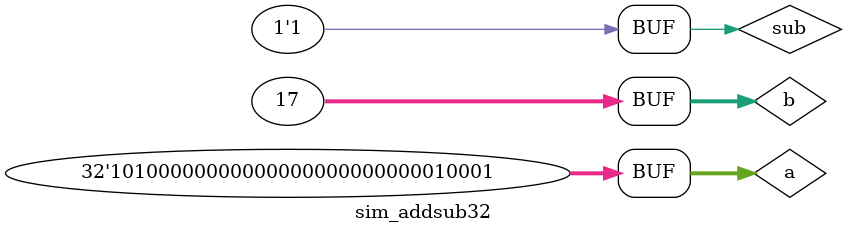
<source format=v>
`timescale 1ns / 1ps


module sim_addsub32(
    );
    reg [31:0] a,b;
    reg sub;
    wire [31:0] s;
    wire co,ofl,sign;
    addsub32 addsub(a,b,sub,s,co,ofl,sign);
        
        always 
        begin
                a=32'ha0000011;
                b=32'h00000011;
                sub = 1'b1;
        #500;
        end
endmodule

</source>
